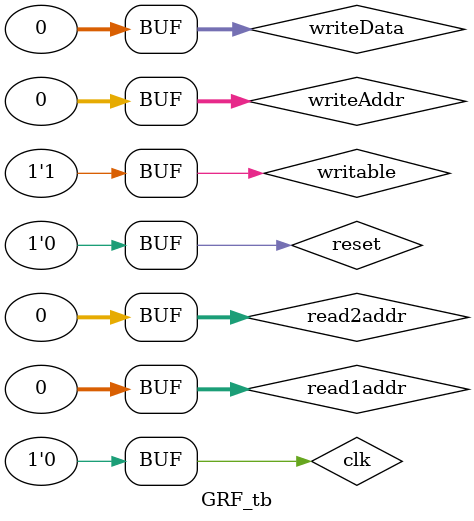
<source format=v>
`timescale 1ns / 1ps


module GRF_tb;
    
    // Inputs
    reg clk;
    reg reset;
    reg writable;
    reg [31:0] read1addr;
    reg [31:0] read2addr;
    reg [31:0] writeAddr;
    reg [31:0] writeData;
    
    // Outputs
    wire [31:0] read1data;
    wire [31:0] read2data;
    
    // Instantiate the Unit Under Test (UUT)
    GRF uut (
        .clk(clk),
        .reset(reset),
        .writable(writable),
        .read1addr(read1addr),
        .read2addr(read2addr),
        .writeAddr(writeAddr),
        .writeData(writeData)
    );
    
    initial begin
        clk = 0;
        reset = 0;
        writable = 1;
        read1addr = 0;
        read2addr = 0;
        writeAddr = 0;
        writeData = 0;
        
        
    end
endmodule

</source>
